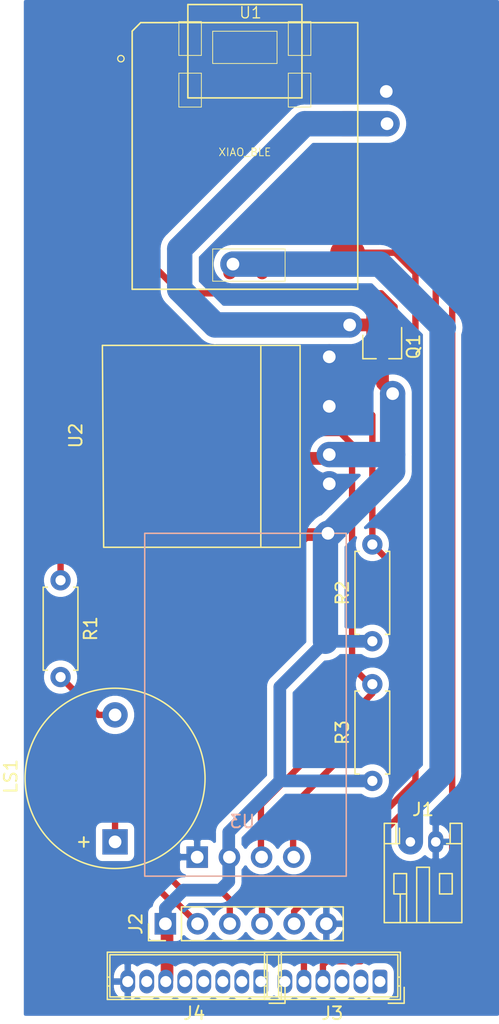
<source format=kicad_pcb>
(kicad_pcb (version 20171130) (host pcbnew 5.1.5+dfsg1-2build2)
  (layers (0 F.Cu signal) (31 B.Cu signal) (34 B.Paste user) (35 F.Paste user) (36 B.SilkS user) (37 F.SilkS user) (38 B.Mask user) (39 F.Mask user) (44 Edge.Cuts user))
  (net 0 "")
  (net 1 GND)
  (net 2 /Rx)
  (net 3 /Tx)
  (net 4 +3V3)
  (net 5 /LED2_B)
  (net 6 /LED2_G)
  (net 7 /LED2_R)
  (net 8 /BUTTON)
  (net 9 "Net-(LS1-Pad1)")
  (net 10 "Net-(LS1-Pad2)")
  (net 11 /PERIPH_EN)
  (net 12 "Net-(R1-Pad1)")
  (net 13 "Net-(U1-Pad20)")
  (net 14 "Net-(U1-Pad19)")
  (net 15 "Net-(U1-Pad18)")
  (net 16 "Net-(U1-Pad17)")
  (net 17 "Net-(U1-Pad16)")
  (net 18 /SDA)
  (net 19 /SCL)
  (net 20 "Net-(U1-Pad14)")
  (net 21 "Net-(U2-Pad9)")
  (net 22 "Net-(U2-Pad2)")
  (net 23 +BATT)
  (net 24 +3.3VA)
  (net 25 "Net-(J3-Pad6)")
  (net 26 "Net-(J3-Pad3)")
  (net 27 "Net-(J3-Pad2)")
  (net 28 "Net-(J3-Pad1)")
  (net 29 "Net-(J4-Pad7)")
  (net 30 "Net-(J4-Pad5)")
  (net 31 "Net-(J4-Pad4)")
  (net 32 "Net-(J4-Pad3)")
  (net 33 "Net-(J4-Pad2)")
  (net 34 "Net-(J4-Pad1)")
  (module KiCad_imports:MDOB048064AV (layer B.Cu) (at 106.55 126.25 90)
    (fp_text reference U3 (at 2.8 -4.06) (layer B.SilkS) (effects (justify mirror)))
    (fp_text value MDOB048064AV)
    (fp_line (start 25.5 4.14) (end -1.5 4.14) (layer B.SilkS) (width 0.12))
    (fp_line (start 25.5 -11.76) (end 25.5 4.14) (layer B.SilkS) (width 0.12))
    (fp_line (start -1.5 -11.76) (end 25.5 -11.76) (layer B.SilkS) (width 0.12))
    (fp_line (start -1.5 4.14) (end -1.5 -11.76) (layer B.SilkS) (width 0.12))
    (pad 1 thru_hole rect (at 0 -7.62 90) (size 1.7 1.7) (drill 1) (layers *.Cu *.Mask) (net 1 GND))
    (pad 2 thru_hole oval (at 0 -5.08 90) (size 1.7 1.7) (drill 1) (layers *.Cu *.Mask) (net 4 +3V3))
    (pad 3 thru_hole oval (at 0 -2.54 90) (size 1.7 1.7) (drill 1) (layers *.Cu *.Mask) (net 19 /SCL))
    (pad 4 thru_hole circle (at 0 0 90) (size 1.7 1.7) (drill 1) (layers *.Cu *.Mask) (net 18 /SDA))
  )
  (module Connector_PinHeader_2.54mm:PinHeader_1x06_P2.54mm_Vertical (layer F.Cu) (at 96.42 131.5 90)
    (fp_text reference J2 (at 0 -2.33 90) (layer F.SilkS))
    (fp_text value "Button connector")
    (fp_line (start -1.33 -1.33) (end 0 -1.33) (layer F.SilkS) (width 0.12))
    (fp_line (start -1.33 0) (end -1.33 -1.33) (layer F.SilkS) (width 0.12))
    (fp_line (start -1.33 1.27) (end 1.33 1.27) (layer F.SilkS) (width 0.12))
    (fp_line (start 1.33 1.27) (end 1.33 14.03) (layer F.SilkS) (width 0.12))
    (fp_line (start -1.33 1.27) (end -1.33 14.03) (layer F.SilkS) (width 0.12))
    (fp_line (start -1.33 14.03) (end 1.33 14.03) (layer F.SilkS) (width 0.12))
    (pad 6 thru_hole oval (at 0 12.7 90) (size 1.7 1.7) (drill 1) (layers *.Cu *.Mask) (net 1 GND))
    (pad 5 thru_hole oval (at 0 10.16 90) (size 1.7 1.7) (drill 1) (layers *.Cu *.Mask) (net 5 /LED2_B))
    (pad 4 thru_hole oval (at 0 7.62 90) (size 1.7 1.7) (drill 1) (layers *.Cu *.Mask) (net 6 /LED2_G))
    (pad 3 thru_hole oval (at 0 5.08 90) (size 1.7 1.7) (drill 1) (layers *.Cu *.Mask) (net 7 /LED2_R))
    (pad 2 thru_hole oval (at 0 2.54 90) (size 1.7 1.7) (drill 1) (layers *.Cu *.Mask) (net 8 /BUTTON))
    (pad 1 thru_hole rect (at 0 0 90) (size 1.7 1.7) (drill 1) (layers *.Cu *.Mask) (net 4 +3V3))
  )
  (module Connector_Wuerth:Wuerth_WR-WTB_64800611622_1x06_P1.50mm_Vertical (layer F.Cu) (at 113.35 136.05 180)
    (fp_text reference J3 (at 3.75 -2.5) (layer F.SilkS))
    (fp_text value "Laser A")
    (fp_line (start -1.91 -1.71) (end -1.91 -0.46) (layer F.SilkS) (width 0.12))
    (fp_line (start -0.66 -1.71) (end -1.91 -1.71) (layer F.SilkS) (width 0.12))
    (fp_line (start 8.91 2.11) (end 8.91 0.35) (layer F.SilkS) (width 0.12))
    (fp_line (start -1.41 2.11) (end 8.91 2.11) (layer F.SilkS) (width 0.12))
    (fp_line (start -1.41 0.35) (end -1.41 2.11) (layer F.SilkS) (width 0.12))
    (fp_line (start 8.91 0.35) (end 9.11 0.35) (layer F.SilkS) (width 0.12))
    (fp_line (start 8.91 -0.35) (end 8.91 0.35) (layer F.SilkS) (width 0.12))
    (fp_line (start -1.41 0.35) (end -1.61 0.35) (layer F.SilkS) (width 0.12))
    (fp_line (start -1.41 -0.35) (end -1.41 0.35) (layer F.SilkS) (width 0.12))
    (fp_line (start 8.91 -0.35) (end 9.11 -0.35) (layer F.SilkS) (width 0.12))
    (fp_line (start 8.91 -1.21) (end 8.91 -0.35) (layer F.SilkS) (width 0.12))
    (fp_line (start -1.41 -1.21) (end 8.91 -1.21) (layer F.SilkS) (width 0.12))
    (fp_line (start -1.41 -0.35) (end -1.41 -1.21) (layer F.SilkS) (width 0.12))
    (fp_line (start -1.61 -0.35) (end -1.41 -0.35) (layer F.SilkS) (width 0.12))
    (fp_line (start 9.11 -1.41) (end -1.61 -1.41) (layer F.SilkS) (width 0.12))
    (fp_line (start 9.11 2.31) (end 9.11 -1.41) (layer F.SilkS) (width 0.12))
    (fp_line (start -1.61 2.31) (end 9.11 2.31) (layer F.SilkS) (width 0.12))
    (fp_line (start -1.61 -1.41) (end -1.61 2.31) (layer F.SilkS) (width 0.12))
    (pad 6 thru_hole oval (at 7.5 0 180) (size 1.17 1.87) (drill 0.87) (layers *.Cu *.Mask) (net 25 "Net-(J3-Pad6)"))
    (pad 5 thru_hole oval (at 6 0 180) (size 1.17 1.87) (drill 0.87) (layers *.Cu *.Mask) (net 3 /Tx))
    (pad 4 thru_hole oval (at 4.5 0 180) (size 1.17 1.87) (drill 0.87) (layers *.Cu *.Mask) (net 2 /Rx))
    (pad 3 thru_hole oval (at 3 0 180) (size 1.17 1.87) (drill 0.87) (layers *.Cu *.Mask) (net 26 "Net-(J3-Pad3)"))
    (pad 2 thru_hole oval (at 1.5 0 180) (size 1.17 1.87) (drill 0.87) (layers *.Cu *.Mask) (net 27 "Net-(J3-Pad2)"))
    (pad 1 thru_hole roundrect (at 0 0 180) (size 1.17 1.87) (drill 0.87) (layers *.Cu *.Mask) (roundrect_rratio 0.213675) (net 28 "Net-(J3-Pad1)"))
  )
  (module Resistor_THT:R_Axial_DIN0207_L6.3mm_D2.5mm_P7.62mm_Horizontal (layer F.Cu) (at 112.75 120.25 90)
    (fp_text reference R3 (at 3.81 -2.37 90) (layer F.SilkS))
    (fp_text value 10k)
    (fp_line (start 7.08 1.37) (end 7.08 1.04) (layer F.SilkS) (width 0.12))
    (fp_line (start 0.54 1.37) (end 7.08 1.37) (layer F.SilkS) (width 0.12))
    (fp_line (start 0.54 1.04) (end 0.54 1.37) (layer F.SilkS) (width 0.12))
    (fp_line (start 7.08 -1.37) (end 7.08 -1.04) (layer F.SilkS) (width 0.12))
    (fp_line (start 0.54 -1.37) (end 7.08 -1.37) (layer F.SilkS) (width 0.12))
    (fp_line (start 0.54 -1.04) (end 0.54 -1.37) (layer F.SilkS) (width 0.12))
    (pad 2 thru_hole oval (at 7.62 0 90) (size 1.6 1.6) (drill 0.8) (layers *.Cu *.Mask) (net 19 /SCL))
    (pad 1 thru_hole circle (at 0 0 90) (size 1.6 1.6) (drill 0.8) (layers *.Cu *.Mask) (net 4 +3V3))
  )
  (module Resistor_THT:R_Axial_DIN0207_L6.3mm_D2.5mm_P7.62mm_Horizontal (layer F.Cu) (at 112.75 109.25 90)
    (fp_text reference R2 (at 3.81 -2.37 90) (layer F.SilkS))
    (fp_text value 10k)
    (fp_line (start 7.08 1.37) (end 7.08 1.04) (layer F.SilkS) (width 0.12))
    (fp_line (start 0.54 1.37) (end 7.08 1.37) (layer F.SilkS) (width 0.12))
    (fp_line (start 0.54 1.04) (end 0.54 1.37) (layer F.SilkS) (width 0.12))
    (fp_line (start 7.08 -1.37) (end 7.08 -1.04) (layer F.SilkS) (width 0.12))
    (fp_line (start 0.54 -1.37) (end 7.08 -1.37) (layer F.SilkS) (width 0.12))
    (fp_line (start 0.54 -1.04) (end 0.54 -1.37) (layer F.SilkS) (width 0.12))
    (pad 2 thru_hole oval (at 7.62 0 90) (size 1.6 1.6) (drill 0.8) (layers *.Cu *.Mask) (net 18 /SDA))
    (pad 1 thru_hole circle (at 0 0 90) (size 1.6 1.6) (drill 0.8) (layers *.Cu *.Mask) (net 4 +3V3))
  )
  (module Connector_Wuerth:Wuerth_WR-WTB_64800811622_1x08_P1.50mm_Vertical (layer F.Cu) (at 103.95 136.05 180)
    (fp_text reference J4 (at 5.25 -2.5) (layer F.SilkS))
    (fp_text value "Laser B")
    (fp_line (start -1.91 -1.71) (end -1.91 -0.46) (layer F.SilkS) (width 0.12))
    (fp_line (start -0.66 -1.71) (end -1.91 -1.71) (layer F.SilkS) (width 0.12))
    (fp_line (start 11.91 2.11) (end 11.91 0.35) (layer F.SilkS) (width 0.12))
    (fp_line (start -1.41 2.11) (end 11.91 2.11) (layer F.SilkS) (width 0.12))
    (fp_line (start -1.41 0.35) (end -1.41 2.11) (layer F.SilkS) (width 0.12))
    (fp_line (start 11.91 0.35) (end 12.11 0.35) (layer F.SilkS) (width 0.12))
    (fp_line (start 11.91 -0.35) (end 11.91 0.35) (layer F.SilkS) (width 0.12))
    (fp_line (start -1.41 0.35) (end -1.61 0.35) (layer F.SilkS) (width 0.12))
    (fp_line (start -1.41 -0.35) (end -1.41 0.35) (layer F.SilkS) (width 0.12))
    (fp_line (start 11.91 -0.35) (end 12.11 -0.35) (layer F.SilkS) (width 0.12))
    (fp_line (start 11.91 -1.21) (end 11.91 -0.35) (layer F.SilkS) (width 0.12))
    (fp_line (start -1.41 -1.21) (end 11.91 -1.21) (layer F.SilkS) (width 0.12))
    (fp_line (start -1.41 -0.35) (end -1.41 -1.21) (layer F.SilkS) (width 0.12))
    (fp_line (start -1.61 -0.35) (end -1.41 -0.35) (layer F.SilkS) (width 0.12))
    (fp_line (start 12.11 -1.41) (end -1.61 -1.41) (layer F.SilkS) (width 0.12))
    (fp_line (start 12.11 2.31) (end 12.11 -1.41) (layer F.SilkS) (width 0.12))
    (fp_line (start -1.61 2.31) (end 12.11 2.31) (layer F.SilkS) (width 0.12))
    (fp_line (start -1.61 -1.41) (end -1.61 2.31) (layer F.SilkS) (width 0.12))
    (pad 8 thru_hole oval (at 10.5 0 180) (size 1.17 1.87) (drill 0.87) (layers *.Cu *.Mask) (net 1 GND))
    (pad 7 thru_hole oval (at 9 0 180) (size 1.17 1.87) (drill 0.87) (layers *.Cu *.Mask) (net 29 "Net-(J4-Pad7)"))
    (pad 6 thru_hole oval (at 7.5 0 180) (size 1.17 1.87) (drill 0.87) (layers *.Cu *.Mask) (net 4 +3V3))
    (pad 5 thru_hole oval (at 6 0 180) (size 1.17 1.87) (drill 0.87) (layers *.Cu *.Mask) (net 30 "Net-(J4-Pad5)"))
    (pad 4 thru_hole oval (at 4.5 0 180) (size 1.17 1.87) (drill 0.87) (layers *.Cu *.Mask) (net 31 "Net-(J4-Pad4)"))
    (pad 3 thru_hole oval (at 3 0 180) (size 1.17 1.87) (drill 0.87) (layers *.Cu *.Mask) (net 32 "Net-(J4-Pad3)"))
    (pad 2 thru_hole oval (at 1.5 0 180) (size 1.17 1.87) (drill 0.87) (layers *.Cu *.Mask) (net 33 "Net-(J4-Pad2)"))
    (pad 1 thru_hole roundrect (at 0 0 180) (size 1.17 1.87) (drill 0.87) (layers *.Cu *.Mask) (roundrect_rratio 0.213675) (net 34 "Net-(J4-Pad1)"))
  )
  (module XIAO:Seeeduino_XIAO-MOUDLE14P-2.54-21X17.8MM (layer F.Cu) (at 93.8 81.53)
    (fp_text reference U1 (at 9.3345 -21.7805) (layer F.SilkS) (effects (font (size 0.889 0.889) (thickness 0.1016))))
    (fp_text value XIAO_BLE (at 8.89 -10.795) (layer F.SilkS) (effects (font (size 0.6096 0.6096) (thickness 0.0762))))
    (fp_line (start 6.35 -17.78) (end 11.43 -17.78) (layer F.SilkS) (width 0.06604))
    (fp_line (start 11.43 -17.78) (end 11.43 -20.32) (layer F.SilkS) (width 0.06604))
    (fp_line (start 6.35 -20.32) (end 11.43 -20.32) (layer F.SilkS) (width 0.06604))
    (fp_line (start 6.35 -17.78) (end 6.35 -20.32) (layer F.SilkS) (width 0.06604))
    (fp_line (start 6.35 -0.635) (end 12.065 -0.635) (layer F.SilkS) (width 0.06604))
    (fp_line (start 12.065 -0.635) (end 12.065 -3.175) (layer F.SilkS) (width 0.06604))
    (fp_line (start 6.35 -3.175) (end 12.065 -3.175) (layer F.SilkS) (width 0.06604))
    (fp_line (start 6.35 -0.635) (end 6.35 -3.175) (layer F.SilkS) (width 0.06604))
    (fp_line (start 3.683 -18.415) (end 5.461 -18.415) (layer F.SilkS) (width 0.06604))
    (fp_line (start 5.461 -18.415) (end 5.461 -21.082) (layer F.SilkS) (width 0.06604))
    (fp_line (start 3.683 -21.082) (end 5.461 -21.082) (layer F.SilkS) (width 0.06604))
    (fp_line (start 3.683 -18.415) (end 3.683 -21.082) (layer F.SilkS) (width 0.06604))
    (fp_line (start 3.683 -14.34846) (end 5.461 -14.34846) (layer F.SilkS) (width 0.06604))
    (fp_line (start 5.461 -14.34846) (end 5.461 -17.018) (layer F.SilkS) (width 0.06604))
    (fp_line (start 3.683 -17.018) (end 5.461 -17.018) (layer F.SilkS) (width 0.06604))
    (fp_line (start 3.683 -14.34846) (end 3.683 -17.018) (layer F.SilkS) (width 0.06604))
    (fp_line (start 12.319 -14.34846) (end 14.097 -14.34846) (layer F.SilkS) (width 0.06604))
    (fp_line (start 14.097 -14.34846) (end 14.097 -17.018) (layer F.SilkS) (width 0.06604))
    (fp_line (start 12.319 -17.018) (end 14.097 -17.018) (layer F.SilkS) (width 0.06604))
    (fp_line (start 12.319 -14.34846) (end 12.319 -17.018) (layer F.SilkS) (width 0.06604))
    (fp_line (start 12.319 -18.415) (end 14.097 -18.415) (layer F.SilkS) (width 0.06604))
    (fp_line (start 14.097 -18.415) (end 14.097 -21.082) (layer F.SilkS) (width 0.06604))
    (fp_line (start 12.319 -21.082) (end 14.097 -21.082) (layer F.SilkS) (width 0.06604))
    (fp_line (start 12.319 -18.415) (end 12.319 -21.082) (layer F.SilkS) (width 0.06604))
    (fp_line (start 0 0) (end 17.79778 0) (layer F.SilkS) (width 0.127))
    (fp_line (start 17.79778 0) (end 17.79778 -20.99818) (layer F.SilkS) (width 0.127))
    (fp_line (start 17.79778 -20.99818) (end 0.67056 -20.99818) (layer F.SilkS) (width 0.127))
    (fp_line (start 0.67056 -20.99818) (end 0 -20.32762) (layer F.SilkS) (width 0.127))
    (fp_line (start 0 -20.32762) (end 0 0) (layer F.SilkS) (width 0.127))
    (fp_line (start 4.39928 -22.42312) (end 13.39342 -22.42312) (layer F.SilkS) (width 0.127))
    (fp_line (start 13.39342 -22.42312) (end 13.39342 -15.06982) (layer F.SilkS) (width 0.127))
    (fp_line (start 13.39342 -15.06982) (end 4.3942 -15.06982) (layer F.SilkS) (width 0.127))
    (fp_line (start 4.3942 -15.06982) (end 4.3942 -22.42312) (layer F.SilkS) (width 0.127))
    (fp_circle (center -0.889 -18.161) (end -0.889 -18.415) (layer F.SilkS) (width 0.1))
    (pad 20 smd circle (at 10.238803 -16.264187 90) (size 1.143 1.143) (layers F.Cu F.Paste F.Mask) (net 13 "Net-(U1-Pad20)"))
    (pad 19 smd circle (at 7.698803 -16.264187 90) (size 1.143 1.143) (layers F.Cu F.Paste F.Mask) (net 14 "Net-(U1-Pad19)"))
    (pad 18 smd circle (at 10.238803 -18.804187 90) (size 1.143 1.143) (layers F.Cu F.Paste F.Mask) (net 15 "Net-(U1-Pad18)"))
    (pad 17 smd circle (at 7.698803 -18.804187 90) (size 1.143 1.143) (layers F.Cu F.Paste F.Mask) (net 16 "Net-(U1-Pad17)"))
    (pad 16 smd oval (at 10.25 -1.8 90) (size 2.032 1.016) (layers F.Cu F.Paste F.Mask) (net 17 "Net-(U1-Pad16)"))
    (pad 15 smd oval (at 7.7 -1.8 90) (size 2.032 1.016) (layers F.Cu F.Paste F.Mask) (net 23 +BATT))
    (pad 1 smd oval (at 0.83312 -18.11782) (size 2.74828 1.99898) (layers F.Cu F.Paste F.Mask) (net 12 "Net-(R1-Pad1)"))
    (pad 2 smd oval (at 0.83312 -15.57782) (size 2.74828 1.99898) (layers F.Cu F.Paste F.Mask) (net 9 "Net-(LS1-Pad1)"))
    (pad 3 smd oval (at 0.83312 -13.03782) (size 2.74828 1.99898) (layers F.Cu F.Paste F.Mask) (net 8 /BUTTON))
    (pad 4 smd oval (at 0.83312 -10.49782) (size 2.74828 1.99898) (layers F.Cu F.Paste F.Mask) (net 7 /LED2_R))
    (pad 5 smd oval (at 0.83312 -7.95782) (size 2.74828 1.99898) (layers F.Cu F.Paste F.Mask) (net 19 /SCL))
    (pad 6 smd oval (at 0.83312 -5.41782) (size 2.74828 1.99898) (layers F.Cu F.Paste F.Mask) (net 18 /SDA))
    (pad 7 smd oval (at 0.83312 -2.87782) (size 2.74828 1.99898) (layers F.Cu F.Paste F.Mask) (net 11 /PERIPH_EN))
    (pad 8 smd oval (at 16.99768 -2.87782) (size 2.74828 1.99898) (layers F.Cu F.Paste F.Mask) (net 6 /LED2_G))
    (pad 9 smd oval (at 16.99768 -5.41782) (size 2.74828 1.99898) (layers F.Cu F.Paste F.Mask) (net 5 /LED2_B))
    (pad 10 smd oval (at 16.99768 -7.95782) (size 2.74828 1.99898) (layers F.Cu F.Paste F.Mask) (net 3 /Tx))
    (pad 11 smd oval (at 16.99768 -10.49782) (size 2.74828 1.99898) (layers F.Cu F.Paste F.Mask) (net 2 /Rx))
    (pad 12 smd oval (at 16.99768 -13.03782) (size 2.74828 1.99898) (layers F.Cu F.Paste F.Mask) (net 24 +3.3VA))
    (pad 13 smd oval (at 16.99768 -15.57782) (size 2.74828 1.99898) (layers F.Cu F.Paste F.Mask) (net 1 GND))
    (pad 14 smd oval (at 16.99768 -18.11782) (size 2.74828 1.99898) (layers F.Cu F.Paste F.Mask) (net 20 "Net-(U1-Pad14)"))
  )
  (module XIAO:RM3100_Breakout (layer F.Cu) (at 99.25 93.75)
    (fp_text reference U2 (at -9.9 -0.7 90) (layer F.SilkS))
    (fp_text value RM3100_Breakout)
    (fp_line (start 4.7 8.1) (end 4.7 -7.8) (layer F.SilkS) (width 0.12))
    (fp_line (start -7.7 8.1) (end -7.8 -7.8) (layer F.SilkS) (width 0.12))
    (fp_line (start 7.8 8.1) (end -7.7 8.1) (layer F.SilkS) (width 0.12))
    (fp_line (start 7.8 -7.8) (end 7.8 8.1) (layer F.SilkS) (width 0.12))
    (fp_line (start -7.8 -7.8) (end 7.8 -7.8) (layer F.SilkS) (width 0.12))
    (pad 9 smd rect (at -7.1 7.4) (size 3 3) (layers F.Cu F.Paste F.Mask) (net 21 "Net-(U2-Pad9)"))
    (pad 8 smd roundrect (at 6.7 -6.9) (size 3.5 1.3) (layers F.Cu F.Paste F.Mask) (net 1 GND))
    (pad 7 smd roundrect (at 6.7 -4.9) (size 3.5 1.3) (layers F.Cu F.Paste F.Mask) (net 18 /SDA))
    (pad 6 smd roundrect (at 6.7 -2.9) (size 3.5 1.3) (layers F.Cu F.Paste F.Mask) (net 1 GND))
    (pad 5 smd roundrect (at 6.7 -0.9) (size 3.5 1.3) (layers F.Cu F.Paste F.Mask) (net 19 /SCL))
    (pad 4 smd roundrect (at 6.7 1.1) (size 3.5 1.3) (layers F.Cu F.Paste F.Mask) (net 4 +3V3))
    (pad 3 smd roundrect (at 6.7 3.1) (size 3.5 1.3) (layers F.Cu F.Paste F.Mask) (net 1 GND))
    (pad 2 smd roundrect (at 6.7 5.1) (size 3.5 1.3) (layers F.Cu F.Paste F.Mask) (net 22 "Net-(U2-Pad2)"))
    (pad 1 smd roundrect (at 6.7 7.1) (size 3.5 1.3) (layers F.Cu F.Paste F.Mask) (net 4 +3V3))
  )
  (module Resistor_THT:R_Axial_DIN0207_L6.3mm_D2.5mm_P7.62mm_Horizontal (layer F.Cu) (at 88.15 104.45 270)
    (fp_text reference R1 (at 3.81 -2.37 90) (layer F.SilkS))
    (fp_text value 1k)
    (fp_line (start 7.08 1.37) (end 7.08 1.04) (layer F.SilkS) (width 0.12))
    (fp_line (start 0.54 1.37) (end 7.08 1.37) (layer F.SilkS) (width 0.12))
    (fp_line (start 0.54 1.04) (end 0.54 1.37) (layer F.SilkS) (width 0.12))
    (fp_line (start 7.08 -1.37) (end 7.08 -1.04) (layer F.SilkS) (width 0.12))
    (fp_line (start 0.54 -1.37) (end 7.08 -1.37) (layer F.SilkS) (width 0.12))
    (fp_line (start 0.54 -1.04) (end 0.54 -1.37) (layer F.SilkS) (width 0.12))
    (pad 2 thru_hole oval (at 7.62 0 270) (size 1.6 1.6) (drill 0.8) (layers *.Cu *.Mask) (net 10 "Net-(LS1-Pad2)"))
    (pad 1 thru_hole circle (at 0 0 270) (size 1.6 1.6) (drill 0.8) (layers *.Cu *.Mask) (net 12 "Net-(R1-Pad1)"))
  )
  (module Package_TO_SOT_SMD:TSOT-23_HandSoldering (layer F.Cu) (at 113.55 86.05 270)
    (fp_text reference Q1 (at 0 -2.45 90) (layer F.SilkS))
    (fp_text value Q_PMOS_GSD)
    (fp_line (start 0.93 -1.51) (end -1.5 -1.51) (layer F.SilkS) (width 0.12))
    (fp_line (start 0.95 -1.5) (end 0.95 -0.5) (layer F.SilkS) (width 0.12))
    (fp_line (start 0.95 1.55) (end -0.9 1.55) (layer F.SilkS) (width 0.12))
    (fp_line (start 0.95 0.5) (end 0.95 1.55) (layer F.SilkS) (width 0.12))
    (pad 3 smd rect (at 1.71 0 270) (size 2 0.65) (layers F.Cu F.Paste F.Mask) (net 4 +3V3))
    (pad 2 smd rect (at -1.71 0.95 270) (size 2 0.65) (layers F.Cu F.Paste F.Mask) (net 24 +3.3VA))
    (pad 1 smd rect (at -1.71 -0.95 270) (size 2 0.65) (layers F.Cu F.Paste F.Mask) (net 11 /PERIPH_EN))
  )
  (module Buzzer_Beeper:Buzzer_D14mm_H7mm_P10mm (layer F.Cu) (at 92.45 125.05 90)
    (fp_text reference LS1 (at 5.16 -8.23 270) (layer F.SilkS))
    (fp_text value Speaker)
    (fp_text user + (at -0.01 -2.54 270) (layer F.SilkS))
    (fp_circle (center 5 0) (end 12.1 0) (layer F.SilkS) (width 0.12))
    (pad 1 thru_hole rect (at 0 0 90) (size 2 2) (drill 1) (layers *.Cu *.Mask) (net 9 "Net-(LS1-Pad1)"))
    (pad 2 thru_hole circle (at 10 0 90) (size 2 2) (drill 1) (layers *.Cu *.Mask) (net 10 "Net-(LS1-Pad2)"))
  )
  (module Connector_JST:JST_PH_S2B-PH-K_1x02_P2.00mm_Horizontal (layer F.Cu) (at 115.75 125.05)
    (fp_text reference J1 (at 1 -2.55) (layer F.SilkS))
    (fp_text value DIP-JST-2P-2.0)
    (fp_line (start -0.86 0.14) (end -0.86 -1.075) (layer F.SilkS) (width 0.12))
    (fp_line (start -0.8 4.1) (end -0.8 6.36) (layer F.SilkS) (width 0.12))
    (fp_line (start -0.3 4.1) (end -0.3 6.36) (layer F.SilkS) (width 0.12))
    (fp_line (start 2.3 2.5) (end 3.3 2.5) (layer F.SilkS) (width 0.12))
    (fp_line (start 2.3 4.1) (end 2.3 2.5) (layer F.SilkS) (width 0.12))
    (fp_line (start 3.3 4.1) (end 2.3 4.1) (layer F.SilkS) (width 0.12))
    (fp_line (start 3.3 2.5) (end 3.3 4.1) (layer F.SilkS) (width 0.12))
    (fp_line (start -0.3 2.5) (end -1.3 2.5) (layer F.SilkS) (width 0.12))
    (fp_line (start -0.3 4.1) (end -0.3 2.5) (layer F.SilkS) (width 0.12))
    (fp_line (start -1.3 4.1) (end -0.3 4.1) (layer F.SilkS) (width 0.12))
    (fp_line (start -1.3 2.5) (end -1.3 4.1) (layer F.SilkS) (width 0.12))
    (fp_line (start 4.06 0.14) (end 3.14 0.14) (layer F.SilkS) (width 0.12))
    (fp_line (start -2.06 0.14) (end -1.14 0.14) (layer F.SilkS) (width 0.12))
    (fp_line (start 1.5 2) (end 1.5 6.36) (layer F.SilkS) (width 0.12))
    (fp_line (start 0.5 2) (end 1.5 2) (layer F.SilkS) (width 0.12))
    (fp_line (start 0.5 6.36) (end 0.5 2) (layer F.SilkS) (width 0.12))
    (fp_line (start 3.14 0.14) (end 2.86 0.14) (layer F.SilkS) (width 0.12))
    (fp_line (start 3.14 -1.46) (end 3.14 0.14) (layer F.SilkS) (width 0.12))
    (fp_line (start 4.06 -1.46) (end 3.14 -1.46) (layer F.SilkS) (width 0.12))
    (fp_line (start 4.06 6.36) (end 4.06 -1.46) (layer F.SilkS) (width 0.12))
    (fp_line (start -2.06 6.36) (end 4.06 6.36) (layer F.SilkS) (width 0.12))
    (fp_line (start -2.06 -1.46) (end -2.06 6.36) (layer F.SilkS) (width 0.12))
    (fp_line (start -1.14 -1.46) (end -2.06 -1.46) (layer F.SilkS) (width 0.12))
    (fp_line (start -1.14 0.14) (end -1.14 -1.46) (layer F.SilkS) (width 0.12))
    (fp_line (start -0.86 0.14) (end -1.14 0.14) (layer F.SilkS) (width 0.12))
    (pad 2 thru_hole oval (at 2 0) (size 1.2 1.75) (drill 0.75) (layers *.Cu *.Mask) (net 1 GND))
    (pad 1 thru_hole roundrect (at 0 0) (size 1.2 1.75) (drill 0.75) (layers *.Cu *.Mask) (roundrect_rratio 0.208333) (net 23 +BATT))
  )
  (segment (start 110.79768 65.95218) (end 113.84782 65.95218) (width 1) (layer F.Cu) (net 1))
  (via (at 113.84782 65.95218) (size 2) (drill 1) (layers F.Cu B.Cu) (net 1))
  (via (at 109.35 86.85) (size 2) (drill 1) (layers F.Cu B.Cu) (net 1))
  (segment (start 105.95 86.85) (end 109.35 86.85) (width 1) (layer F.Cu) (net 1))
  (via (at 109.35 90.75) (size 2) (drill 1) (layers F.Cu B.Cu) (net 1))
  (segment (start 109.25 90.85) (end 109.35 90.75) (width 1) (layer F.Cu) (net 1))
  (segment (start 105.95 90.85) (end 109.25 90.85) (width 1) (layer F.Cu) (net 1))
  (segment (start 105.95 96.85) (end 109.35 96.85) (width 1) (layer F.Cu) (net 1))
  (via (at 109.35 96.85) (size 2) (drill 1) (layers F.Cu B.Cu) (net 1))
  (segment (start 109.15 134.45) (end 108.85 134.75) (width 0.5) (layer F.Cu) (net 2))
  (segment (start 113.35 132.95) (end 111.85 134.45) (width 0.5) (layer F.Cu) (net 2))
  (segment (start 116.05 132.95) (end 113.35 132.95) (width 0.5) (layer F.Cu) (net 2))
  (segment (start 108.85 134.75) (end 108.85 136.05) (width 0.5) (layer F.Cu) (net 2))
  (segment (start 120.25 128.75) (end 116.05 132.95) (width 0.5) (layer F.Cu) (net 2))
  (segment (start 120.25 73.75) (end 120.25 128.75) (width 0.5) (layer F.Cu) (net 2))
  (segment (start 117.53218 71.03218) (end 120.25 73.75) (width 0.5) (layer F.Cu) (net 2))
  (segment (start 111.85 134.45) (end 109.15 134.45) (width 0.5) (layer F.Cu) (net 2))
  (segment (start 110.79768 71.03218) (end 117.53218 71.03218) (width 0.5) (layer F.Cu) (net 2))
  (segment (start 107.35 134.66499) (end 107.35 136.05) (width 0.5) (layer F.Cu) (net 3))
  (segment (start 107.35 134.25) (end 107.35 134.66499) (width 0.5) (layer F.Cu) (net 3))
  (segment (start 108.35 133.25) (end 107.35 134.25) (width 0.5) (layer F.Cu) (net 3))
  (segment (start 113.05 131.75) (end 111.55 133.25) (width 0.5) (layer F.Cu) (net 3))
  (segment (start 115.55 131.75) (end 113.05 131.75) (width 0.5) (layer F.Cu) (net 3))
  (segment (start 111.55 133.25) (end 108.35 133.25) (width 0.5) (layer F.Cu) (net 3))
  (segment (start 119.05 128.25) (end 115.55 131.75) (width 0.5) (layer F.Cu) (net 3))
  (segment (start 119.05 76.45) (end 119.05 128.25) (width 0.5) (layer F.Cu) (net 3))
  (segment (start 116.17218 73.57218) (end 119.05 76.45) (width 0.5) (layer F.Cu) (net 3))
  (segment (start 110.79768 73.57218) (end 116.17218 73.57218) (width 0.5) (layer F.Cu) (net 3))
  (segment (start 109.25 100.75) (end 109.25 100.75) (width 0.25) (layer F.Cu) (net 4))
  (segment (start 101.42 126.25) (end 101.42 124.28) (width 1) (layer B.Cu) (net 4))
  (segment (start 105.45 120.25) (end 112.75 120.25) (width 1) (layer B.Cu) (net 4))
  (segment (start 101.42 124.28) (end 105.45 120.25) (width 1) (layer B.Cu) (net 4))
  (segment (start 105.45 120.25) (end 105.45 112.85) (width 1) (layer B.Cu) (net 4))
  (segment (start 109.05 109.25) (end 112.75 109.25) (width 1) (layer B.Cu) (net 4))
  (segment (start 105.45 112.85) (end 109.05 109.25) (width 1) (layer B.Cu) (net 4))
  (via (at 109.35 94.55) (size 2) (drill 1) (layers F.Cu B.Cu) (net 4))
  (segment (start 109.05 94.85) (end 109.35 94.55) (width 1) (layer F.Cu) (net 4))
  (segment (start 105.95 94.85) (end 109.05 94.85) (width 1) (layer F.Cu) (net 4))
  (segment (start 109.15 100.85) (end 109.25 100.75) (width 1) (layer F.Cu) (net 4))
  (segment (start 105.95 100.85) (end 109.15 100.85) (width 1) (layer F.Cu) (net 4))
  (segment (start 113.55 87.76) (end 113.55 88.95) (width 1) (layer F.Cu) (net 4))
  (via (at 114.35 89.75) (size 2) (drill 1) (layers F.Cu B.Cu) (net 4))
  (segment (start 113.55 88.95) (end 114.35 89.75) (width 1) (layer F.Cu) (net 4))
  (segment (start 109.25 100.75) (end 109.25 100.75) (width 0.25) (layer F.Cu) (net 4))
  (via (at 109.25 100.75) (size 2) (drill 1) (layers F.Cu B.Cu) (net 4))
  (segment (start 109.05 100.95) (end 109.25 100.75) (width 2) (layer B.Cu) (net 4))
  (segment (start 109.05 109.25) (end 109.05 100.95) (width 2) (layer B.Cu) (net 4))
  (segment (start 109.25 100.75) (end 109.45 100.75) (width 2) (layer B.Cu) (net 4))
  (segment (start 109.45 100.75) (end 114.35 95.85) (width 2) (layer B.Cu) (net 4))
  (segment (start 109.35 94.55) (end 114.35 94.55) (width 2) (layer B.Cu) (net 4))
  (segment (start 114.35 94.55) (end 114.35 89.75) (width 2) (layer B.Cu) (net 4))
  (segment (start 114.35 95.85) (end 114.35 94.55) (width 2) (layer B.Cu) (net 4))
  (segment (start 96.42 131.5) (end 96.42 130.28) (width 1) (layer B.Cu) (net 4))
  (segment (start 96.42 130.28) (end 97.85 128.85) (width 1) (layer B.Cu) (net 4))
  (segment (start 97.85 128.85) (end 100.75 128.85) (width 1) (layer B.Cu) (net 4))
  (segment (start 101.42 128.18) (end 101.42 126.25) (width 1) (layer B.Cu) (net 4))
  (segment (start 100.75 128.85) (end 101.42 128.18) (width 1) (layer B.Cu) (net 4))
  (segment (start 96.55 131.63) (end 96.42 131.5) (width 1) (layer F.Cu) (net 4))
  (segment (start 96.55 135.95) (end 96.55 131.63) (width 1) (layer F.Cu) (net 4))
  (segment (start 116.11218 76.11218) (end 110.79768 76.11218) (width 0.5) (layer F.Cu) (net 5))
  (segment (start 117.75 77.75) (end 116.11218 76.11218) (width 0.5) (layer F.Cu) (net 5))
  (segment (start 117.75 120.15) (end 117.75 77.75) (width 0.5) (layer F.Cu) (net 5))
  (segment (start 108.45 129.45) (end 117.75 120.15) (width 0.5) (layer F.Cu) (net 5))
  (segment (start 107.65 129.45) (end 108.45 129.45) (width 0.5) (layer F.Cu) (net 5))
  (segment (start 106.58 130.52) (end 107.65 129.45) (width 0.5) (layer F.Cu) (net 5))
  (segment (start 106.58 131.5) (end 106.58 130.52) (width 0.5) (layer F.Cu) (net 5))
  (segment (start 116.15 80.25) (end 114.55218 78.65218) (width 0.5) (layer F.Cu) (net 6))
  (segment (start 116.15 120.25) (end 116.15 80.25) (width 0.5) (layer F.Cu) (net 6))
  (segment (start 109.25 127.35) (end 109.25 127.15) (width 0.5) (layer F.Cu) (net 6))
  (segment (start 108.25 128.35) (end 109.25 127.35) (width 0.5) (layer F.Cu) (net 6))
  (segment (start 104.95 128.35) (end 108.25 128.35) (width 0.5) (layer F.Cu) (net 6))
  (segment (start 109.25 127.15) (end 116.15 120.25) (width 0.5) (layer F.Cu) (net 6))
  (segment (start 104.04 129.26) (end 104.95 128.35) (width 0.5) (layer F.Cu) (net 6))
  (segment (start 114.55218 78.65218) (end 110.79768 78.65218) (width 0.5) (layer F.Cu) (net 6))
  (segment (start 104.04 131.5) (end 104.04 129.26) (width 0.5) (layer F.Cu) (net 6))
  (segment (start 93.16782 71.03218) (end 94.63312 71.03218) (width 0.5) (layer F.Cu) (net 7))
  (segment (start 89.15 75.05) (end 93.16782 71.03218) (width 0.5) (layer F.Cu) (net 7))
  (segment (start 89.15 82.75) (end 89.15 75.05) (width 0.5) (layer F.Cu) (net 7))
  (segment (start 102.35 118.45) (end 102.35 95.95) (width 0.5) (layer F.Cu) (net 7))
  (segment (start 96.95 123.85) (end 102.35 118.45) (width 0.5) (layer F.Cu) (net 7))
  (segment (start 96.95 128.05) (end 96.95 123.85) (width 0.5) (layer F.Cu) (net 7))
  (segment (start 97.75 128.85) (end 96.95 128.05) (width 0.5) (layer F.Cu) (net 7))
  (segment (start 100.75 128.85) (end 97.75 128.85) (width 0.5) (layer F.Cu) (net 7))
  (segment (start 101.5 129.6) (end 100.75 128.85) (width 0.5) (layer F.Cu) (net 7))
  (segment (start 102.35 95.95) (end 89.15 82.75) (width 0.5) (layer F.Cu) (net 7))
  (segment (start 101.5 131.5) (end 101.5 129.6) (width 0.5) (layer F.Cu) (net 7))
  (segment (start 97.41 129.95) (end 98.96 131.5) (width 0.5) (layer F.Cu) (net 8))
  (segment (start 97.05 129.95) (end 97.41 129.95) (width 0.5) (layer F.Cu) (net 8))
  (segment (start 95.85 128.75) (end 97.05 129.95) (width 0.5) (layer F.Cu) (net 8))
  (segment (start 95.85 122.45) (end 95.85 128.75) (width 0.5) (layer F.Cu) (net 8))
  (segment (start 100.45 117.85) (end 95.85 122.45) (width 0.5) (layer F.Cu) (net 8))
  (segment (start 87.75 84.65) (end 100.45 97.35) (width 0.5) (layer F.Cu) (net 8))
  (segment (start 87.75 74.65) (end 87.75 84.65) (width 0.5) (layer F.Cu) (net 8))
  (segment (start 100.45 97.35) (end 100.45 117.85) (width 0.5) (layer F.Cu) (net 8))
  (segment (start 93.90782 68.49218) (end 87.75 74.65) (width 0.5) (layer F.Cu) (net 8))
  (segment (start 94.63312 68.49218) (end 93.90782 68.49218) (width 0.5) (layer F.Cu) (net 8))
  (segment (start 94.34782 65.95218) (end 94.63312 65.95218) (width 0.5) (layer F.Cu) (net 9))
  (segment (start 86.75 73.55) (end 94.34782 65.95218) (width 0.5) (layer F.Cu) (net 9))
  (segment (start 86.75 86.35) (end 86.75 73.55) (width 0.5) (layer F.Cu) (net 9))
  (segment (start 98.25 97.85) (end 86.75 86.35) (width 0.5) (layer F.Cu) (net 9))
  (segment (start 98.25 116.55) (end 98.25 97.85) (width 0.5) (layer F.Cu) (net 9))
  (segment (start 92.45 122.35) (end 98.25 116.55) (width 0.5) (layer F.Cu) (net 9))
  (segment (start 92.45 125.05) (end 92.45 122.35) (width 0.5) (layer F.Cu) (net 9))
  (segment (start 91.13 115.05) (end 88.15 112.07) (width 0.5) (layer F.Cu) (net 10))
  (segment (start 92.45 115.05) (end 91.13 115.05) (width 0.5) (layer F.Cu) (net 10))
  (segment (start 114.5 84.34) (end 114.5 82.9) (width 0.5) (layer F.Cu) (net 11))
  (segment (start 114.5 82.9) (end 113.45 81.85) (width 0.5) (layer F.Cu) (net 11))
  (segment (start 113.45 81.85) (end 97.65 81.85) (width 0.5) (layer F.Cu) (net 11))
  (segment (start 94.63312 78.83312) (end 94.63312 78.65218) (width 0.5) (layer F.Cu) (net 11))
  (segment (start 97.65 81.85) (end 94.63312 78.83312) (width 0.5) (layer F.Cu) (net 11))
  (segment (start 88.15 104.45) (end 88.15 89.95) (width 0.5) (layer F.Cu) (net 12))
  (segment (start 88.15 89.95) (end 85.55 87.35) (width 0.5) (layer F.Cu) (net 12))
  (segment (start 85.55 87.35) (end 85.55 69.85) (width 0.5) (layer F.Cu) (net 12))
  (segment (start 91.98782 63.41218) (end 94.63312 63.41218) (width 0.5) (layer F.Cu) (net 12))
  (segment (start 85.55 69.85) (end 91.98782 63.41218) (width 0.5) (layer F.Cu) (net 12))
  (segment (start 106.5 126.25) (end 106.5 122.2) (width 0.5) (layer F.Cu) (net 18))
  (segment (start 106.5 122.2) (end 114.85 113.85) (width 0.5) (layer F.Cu) (net 18))
  (segment (start 114.85 103.73) (end 112.75 101.63) (width 0.5) (layer F.Cu) (net 18))
  (segment (start 114.85 113.85) (end 114.85 103.73) (width 0.5) (layer F.Cu) (net 18))
  (segment (start 112.75 101.63) (end 112.75 91.45) (width 0.5) (layer F.Cu) (net 18))
  (segment (start 110.15 88.85) (end 105.95 88.85) (width 0.5) (layer F.Cu) (net 18))
  (segment (start 112.75 91.45) (end 110.15 88.85) (width 0.5) (layer F.Cu) (net 18))
  (segment (start 105.95 88.85) (end 99.85 88.85) (width 0.5) (layer F.Cu) (net 18))
  (segment (start 99.85 88.85) (end 92.15 81.15) (width 0.5) (layer F.Cu) (net 18))
  (segment (start 92.15 81.15) (end 92.15 77.35) (width 0.5) (layer F.Cu) (net 18))
  (segment (start 93.38782 76.11218) (end 94.63312 76.11218) (width 0.5) (layer F.Cu) (net 18))
  (segment (start 92.15 77.35) (end 93.38782 76.11218) (width 0.5) (layer F.Cu) (net 18))
  (segment (start 103.96 126.25) (end 103.96 122.14) (width 0.5) (layer F.Cu) (net 19))
  (segment (start 112.75 113.35) (end 112.75 112.63) (width 0.5) (layer F.Cu) (net 19))
  (segment (start 103.96 122.14) (end 112.75 113.35) (width 0.5) (layer F.Cu) (net 19))
  (segment (start 110.25 92.85) (end 105.95 92.85) (width 0.5) (layer F.Cu) (net 19))
  (segment (start 111.15 93.75) (end 110.25 92.85) (width 0.5) (layer F.Cu) (net 19))
  (segment (start 111.15 111.25) (end 111.15 93.75) (width 0.5) (layer F.Cu) (net 19))
  (segment (start 112.53 112.63) (end 111.15 111.25) (width 0.5) (layer F.Cu) (net 19))
  (segment (start 112.75 112.63) (end 112.53 112.63) (width 0.5) (layer F.Cu) (net 19))
  (segment (start 94.63312 73.57218) (end 93.02782 73.57218) (width 0.5) (layer F.Cu) (net 19))
  (segment (start 93.02782 73.57218) (end 90.35 76.25) (width 0.5) (layer F.Cu) (net 19))
  (segment (start 90.35 76.25) (end 90.35 82.15) (width 0.5) (layer F.Cu) (net 19))
  (segment (start 101.05 92.85) (end 105.95 92.85) (width 0.5) (layer F.Cu) (net 19))
  (segment (start 90.35 82.15) (end 101.05 92.85) (width 0.5) (layer F.Cu) (net 19))
  (segment (start 118.35 84.55) (end 113.35 79.55) (width 2) (layer B.Cu) (net 23))
  (segment (start 113.35 79.55) (end 101.75 79.55) (width 2) (layer B.Cu) (net 23))
  (via (at 101.75 79.55) (size 2) (drill 1) (layers F.Cu B.Cu) (net 23))
  (segment (start 115.75 125.05) (end 115.75 122.15) (width 2) (layer B.Cu) (net 23))
  (segment (start 115.75 122.15) (end 118.25 119.65) (width 2) (layer B.Cu) (net 23))
  (segment (start 118.25 84.65) (end 118.35 84.55) (width 2) (layer B.Cu) (net 23))
  (segment (start 118.25 119.65) (end 118.25 84.65) (width 2) (layer B.Cu) (net 23))
  (segment (start 110.79768 68.49218) (end 113.90782 68.49218) (width 1) (layer F.Cu) (net 24))
  (via (at 113.90782 68.49218) (size 2) (drill 1) (layers F.Cu B.Cu) (net 24))
  (segment (start 112.6 84.34) (end 110.96 84.34) (width 1) (layer F.Cu) (net 24))
  (via (at 110.96 84.34) (size 2) (drill 1) (layers F.Cu B.Cu) (net 24))
  (segment (start 110.96 84.34) (end 100.34 84.34) (width 2) (layer B.Cu) (net 24))
  (segment (start 100.34 84.34) (end 97.55 81.55) (width 2) (layer B.Cu) (net 24))
  (segment (start 97.55 81.55) (end 97.55 78.35) (width 2) (layer B.Cu) (net 24))
  (segment (start 107.40782 68.49218) (end 113.90782 68.49218) (width 2) (layer B.Cu) (net 24))
  (segment (start 97.55 78.35) (end 107.40782 68.49218) (width 2) (layer B.Cu) (net 24))
  (zone (net 1) (net_name GND) (layer B.Cu) (connect_pads (clearance 0.508)) (min_thickness 0.254) (fill yes (arc_segments 32) (thermal_gap 0.508) (thermal_bridge_width 0.508))
    (polygon (pts (xy 122.75 138.75) (xy 85.25 138.75) (xy 85.25 58.75) (xy 122.75 58.75)))
  )
)
</source>
